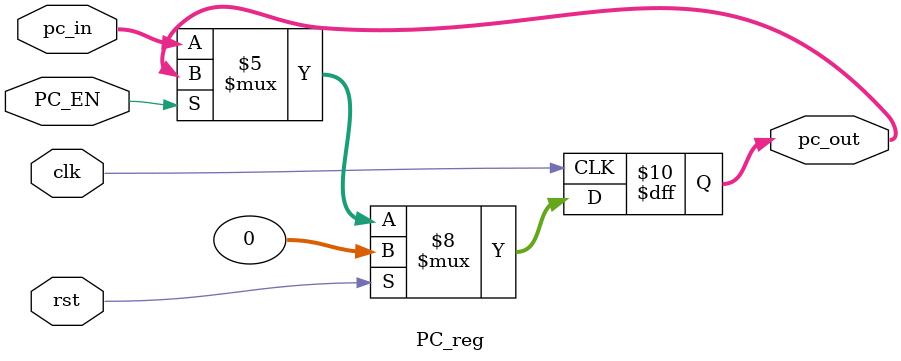
<source format=v>
`timescale 1ns / 1ps


module IF_stage(
    input clk, Flush_IF,
    input [31:0] pc_trgt,   //Branch target from EX unit
    input Stall_IF,         //Stalls IF if asserted, connects to PC reg enable
    input br_taken,
    output [31:0] PCF, PCp4F, instrF      
    );
    wire [31:0] pc_in, nxt_instr, pc_out;                  //PC input, output and next instr wires
    //Internal wires
    assign nxt_instr = pc_out + 'd4;                        //Next instruction is the next word location, so +4
    assign pc_in = ((br_taken)? pc_trgt : nxt_instr);      //PC value-in mux
    //output wires
    assign PCF = pc_out;
    assign PCp4F = nxt_instr;
    
    PC_reg       PC (clk, Flush_IF, Stall_IF, pc_in, pc_out);
    instr_memory IM (pc_out, instrF);
endmodule

module PC_reg(
    input clk, rst, PC_EN, 
    input [31:0] pc_in,
    output reg [31:0] pc_out
    );
    always @ (posedge clk)
        begin
            if(rst == 1'b1)
                pc_out <= 'd0;
            else if (PC_EN == 1'b1)     //active low enable
                pc_out <= pc_out;
            else
                pc_out <= pc_in;
        end
endmodule
    

</source>
